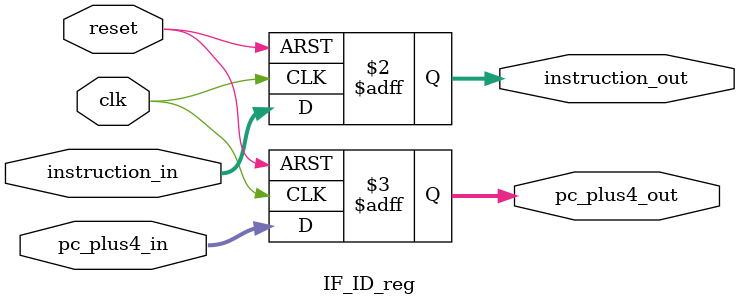
<source format=v>
`timescale 1ns / 1ps
module IF_ID_reg (
    input clk,
    input reset,
    input [31:0] instruction_in,
    input [31:0] pc_plus4_in,
    output reg [31:0] instruction_out,
    output reg [31:0] pc_plus4_out
);
    always @(posedge clk or posedge reset) begin
        if (reset) begin
            instruction_out <= 32'b0;
            pc_plus4_out <= 32'b0;
        end else begin
            instruction_out <= instruction_in;
            pc_plus4_out <= pc_plus4_in;
        end
    end
endmodule


</source>
